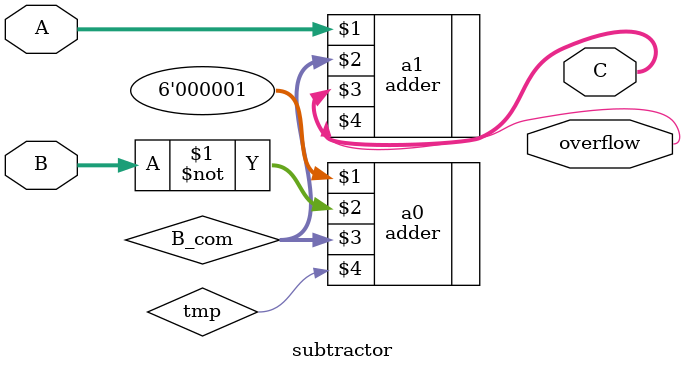
<source format=v>
module subtractor(A, B, C, overflow);
	input [5:0] A, B;
	output [5:0] C;
	output overflow;

	//A-B = A+(-B)
	wire [5:0] B_com;
	wire tmp;
	adder a0(6'b000001, ~B, B_com, tmp);
	adder a1(A, B_com, C, overflow);

endmodule


</source>
